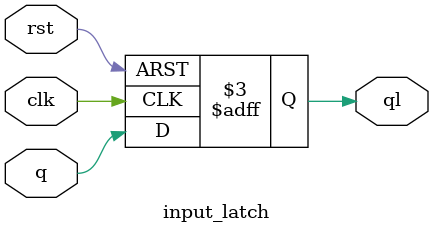
<source format=v>
`timescale 1ns / 1ps


module input_latch(clk, rst, q, ql);
    input clk;
    input rst;
    input q;
    output ql;

    reg ql;

    always @(posedge clk or negedge rst) begin
	if (!rst)
	    ql <= 0;
	else
	    ql <= q;
    end

endmodule

</source>
